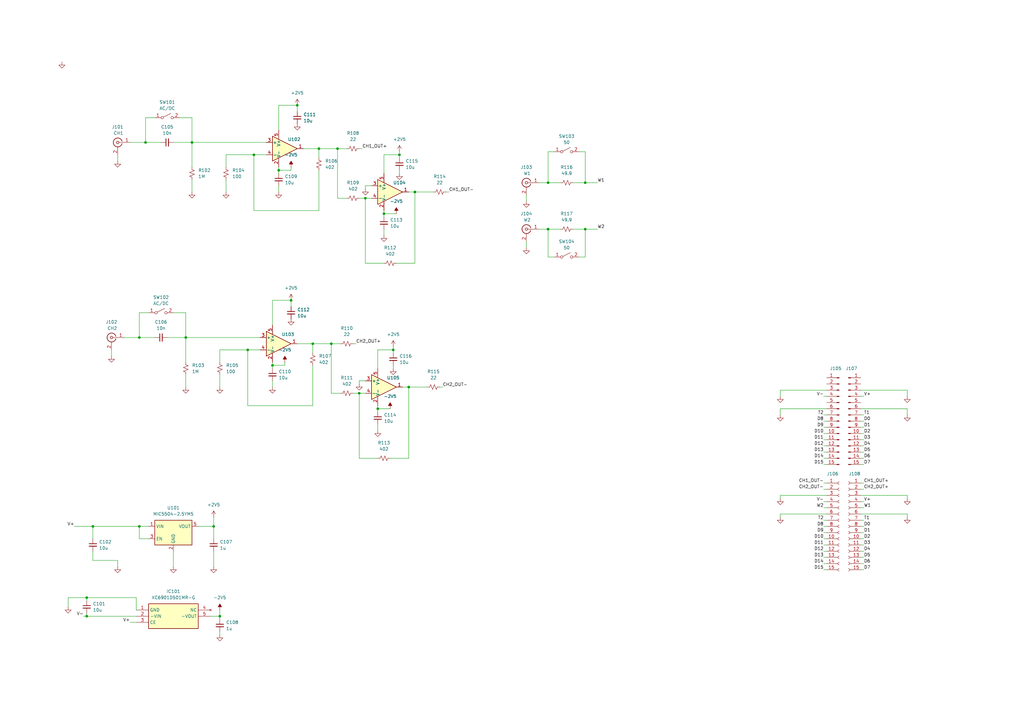
<source format=kicad_sch>
(kicad_sch (version 20230121) (generator eeschema)
  (paper "A3")
  (lib_symbols
    (symbol "Amplifier_Operational:OPA356xxDBV" (pin_names (offset 0.127))
      (property "Reference" "U" (at -1.27 6.35 0))
      (property "Value" "OPA356xxDBV" (at -1.27 3.81 0))
      (symbol "OPA356xxDBV_0_1"
        (polyline (pts (xy -5.08 5.08) (xy 5.08 0) (xy -5.08 -5.08) (xy -5.08 5.08)) (stroke (width 0.254)) (fill (type background)))
        (pin power_in line (at -2.54 -7.62 90) (length 3.81) (name "V-") (number "2"))
        (pin power_in line (at -2.54 7.62 270) (length 3.81) (name "V+") (number "5"))
      )
      (symbol "OPA356xxDBV_1_1"
        (pin output line (at 7.62 0 180) (length 2.54) (name "~") (number "1"))
        (pin input line (at -7.62 2.54 0) (length 2.54) (name "+") (number "3"))
        (pin input line (at -7.62 -2.54 0) (length 2.54) (name "-") (number "4"))
      )
    )
    (symbol "Connector:Conn_01x15_Pin" (pin_names (offset 1.016) hide)
      (property "Reference" "J" (at 0 20.32 0))
      (property "Value" "Conn_01x15_Pin" (at 0 -20.32 0))
      (symbol "Conn_01x15_Pin_1_1"
        (polyline (pts (xy 1.27 -17.78) (xy 0.8636 -17.78)) (stroke (width 0.1524)))
        (polyline (pts (xy 1.27 -15.24) (xy 0.8636 -15.24)) (stroke (width 0.1524)))
        (polyline (pts (xy 1.27 -12.7) (xy 0.8636 -12.7)) (stroke (width 0.1524)))
        (polyline (pts (xy 1.27 -10.16) (xy 0.8636 -10.16)) (stroke (width 0.1524)))
        (polyline (pts (xy 1.27 -7.62) (xy 0.8636 -7.62)) (stroke (width 0.1524)))
        (polyline (pts (xy 1.27 -5.08) (xy 0.8636 -5.08)) (stroke (width 0.1524)))
        (polyline (pts (xy 1.27 -2.54) (xy 0.8636 -2.54)) (stroke (width 0.1524)))
        (polyline (pts (xy 1.27 0) (xy 0.8636 0)) (stroke (width 0.1524)))
        (polyline (pts (xy 1.27 2.54) (xy 0.8636 2.54)) (stroke (width 0.1524)))
        (polyline (pts (xy 1.27 5.08) (xy 0.8636 5.08)) (stroke (width 0.1524)))
        (polyline (pts (xy 1.27 7.62) (xy 0.8636 7.62)) (stroke (width 0.1524)))
        (polyline (pts (xy 1.27 10.16) (xy 0.8636 10.16)) (stroke (width 0.1524)))
        (polyline (pts (xy 1.27 12.7) (xy 0.8636 12.7)) (stroke (width 0.1524)))
        (polyline (pts (xy 1.27 15.24) (xy 0.8636 15.24)) (stroke (width 0.1524)))
        (polyline (pts (xy 1.27 17.78) (xy 0.8636 17.78)) (stroke (width 0.1524)))
        (rectangle (start 0.8636 -17.653) (end 0 -17.907) (stroke (width 0.1524)) (fill (type outline)))
        (rectangle (start 0.8636 -15.113) (end 0 -15.367) (stroke (width 0.1524)) (fill (type outline)))
        (rectangle (start 0.8636 -12.573) (end 0 -12.827) (stroke (width 0.1524)) (fill (type outline)))
        (rectangle (start 0.8636 -10.033) (end 0 -10.287) (stroke (width 0.1524)) (fill (type outline)))
        (rectangle (start 0.8636 -7.493) (end 0 -7.747) (stroke (width 0.1524)) (fill (type outline)))
        (rectangle (start 0.8636 -4.953) (end 0 -5.207) (stroke (width 0.1524)) (fill (type outline)))
        (rectangle (start 0.8636 -2.413) (end 0 -2.667) (stroke (width 0.1524)) (fill (type outline)))
        (rectangle (start 0.8636 0.127) (end 0 -0.127) (stroke (width 0.1524)) (fill (type outline)))
        (rectangle (start 0.8636 2.667) (end 0 2.413) (stroke (width 0.1524)) (fill (type outline)))
        (rectangle (start 0.8636 5.207) (end 0 4.953) (stroke (width 0.1524)) (fill (type outline)))
        (rectangle (start 0.8636 7.747) (end 0 7.493) (stroke (width 0.1524)) (fill (type outline)))
        (rectangle (start 0.8636 10.287) (end 0 10.033) (stroke (width 0.1524)) (fill (type outline)))
        (rectangle (start 0.8636 12.827) (end 0 12.573) (stroke (width 0.1524)) (fill (type outline)))
        (rectangle (start 0.8636 15.367) (end 0 15.113) (stroke (width 0.1524)) (fill (type outline)))
        (rectangle (start 0.8636 17.907) (end 0 17.653) (stroke (width 0.1524)) (fill (type outline)))
        (pin passive line (at 5.08 17.78 180) (length 3.81) (name "Pin_1") (number "1"))
        (pin passive line (at 5.08 -5.08 180) (length 3.81) (name "Pin_10") (number "10"))
        (pin passive line (at 5.08 -7.62 180) (length 3.81) (name "Pin_11") (number "11"))
        (pin passive line (at 5.08 -10.16 180) (length 3.81) (name "Pin_12") (number "12"))
        (pin passive line (at 5.08 -12.7 180) (length 3.81) (name "Pin_13") (number "13"))
        (pin passive line (at 5.08 -15.24 180) (length 3.81) (name "Pin_14") (number "14"))
        (pin passive line (at 5.08 -17.78 180) (length 3.81) (name "Pin_15") (number "15"))
        (pin passive line (at 5.08 15.24 180) (length 3.81) (name "Pin_2") (number "2"))
        (pin passive line (at 5.08 12.7 180) (length 3.81) (name "Pin_3") (number "3"))
        (pin passive line (at 5.08 10.16 180) (length 3.81) (name "Pin_4") (number "4"))
        (pin passive line (at 5.08 7.62 180) (length 3.81) (name "Pin_5") (number "5"))
        (pin passive line (at 5.08 5.08 180) (length 3.81) (name "Pin_6") (number "6"))
        (pin passive line (at 5.08 2.54 180) (length 3.81) (name "Pin_7") (number "7"))
        (pin passive line (at 5.08 0 180) (length 3.81) (name "Pin_8") (number "8"))
        (pin passive line (at 5.08 -2.54 180) (length 3.81) (name "Pin_9") (number "9"))
      )
    )
    (symbol "Connector:Conn_01x15_Socket" (pin_names (offset 1.016) hide)
      (property "Reference" "J" (at 0 20.32 0))
      (property "Value" "Conn_01x15_Socket" (at 0 -20.32 0))
      (symbol "Conn_01x15_Socket_1_1"
        (arc (start 0 -17.272) (mid -0.5058 -17.78) (end 0 -18.288) (stroke (width 0.1524)))
        (arc (start 0 -14.732) (mid -0.5058 -15.24) (end 0 -15.748) (stroke (width 0.1524)))
        (arc (start 0 -12.192) (mid -0.5058 -12.7) (end 0 -13.208) (stroke (width 0.1524)))
        (arc (start 0 -9.652) (mid -0.5058 -10.16) (end 0 -10.668) (stroke (width 0.1524)))
        (arc (start 0 -7.112) (mid -0.5058 -7.62) (end 0 -8.128) (stroke (width 0.1524)))
        (arc (start 0 -4.572) (mid -0.5058 -5.08) (end 0 -5.588) (stroke (width 0.1524)))
        (arc (start 0 -2.032) (mid -0.5058 -2.54) (end 0 -3.048) (stroke (width 0.1524)))
        (polyline (pts (xy -1.27 -17.78) (xy -0.508 -17.78)) (stroke (width 0.1524)))
        (polyline (pts (xy -1.27 -15.24) (xy -0.508 -15.24)) (stroke (width 0.1524)))
        (polyline (pts (xy -1.27 -12.7) (xy -0.508 -12.7)) (stroke (width 0.1524)))
        (polyline (pts (xy -1.27 -10.16) (xy -0.508 -10.16)) (stroke (width 0.1524)))
        (polyline (pts (xy -1.27 -7.62) (xy -0.508 -7.62)) (stroke (width 0.1524)))
        (polyline (pts (xy -1.27 -5.08) (xy -0.508 -5.08)) (stroke (width 0.1524)))
        (polyline (pts (xy -1.27 -2.54) (xy -0.508 -2.54)) (stroke (width 0.1524)))
        (polyline (pts (xy -1.27 0) (xy -0.508 0)) (stroke (width 0.1524)))
        (polyline (pts (xy -1.27 2.54) (xy -0.508 2.54)) (stroke (width 0.1524)))
        (polyline (pts (xy -1.27 5.08) (xy -0.508 5.08)) (stroke (width 0.1524)))
        (polyline (pts (xy -1.27 7.62) (xy -0.508 7.62)) (stroke (width 0.1524)))
        (polyline (pts (xy -1.27 10.16) (xy -0.508 10.16)) (stroke (width 0.1524)))
        (polyline (pts (xy -1.27 12.7) (xy -0.508 12.7)) (stroke (width 0.1524)))
        (polyline (pts (xy -1.27 15.24) (xy -0.508 15.24)) (stroke (width 0.1524)))
        (polyline (pts (xy -1.27 17.78) (xy -0.508 17.78)) (stroke (width 0.1524)))
        (arc (start 0 0.508) (mid -0.5058 0) (end 0 -0.508) (stroke (width 0.1524)))
        (arc (start 0 3.048) (mid -0.5058 2.54) (end 0 2.032) (stroke (width 0.1524)))
        (arc (start 0 5.588) (mid -0.5058 5.08) (end 0 4.572) (stroke (width 0.1524)))
        (arc (start 0 8.128) (mid -0.5058 7.62) (end 0 7.112) (stroke (width 0.1524)))
        (arc (start 0 10.668) (mid -0.5058 10.16) (end 0 9.652) (stroke (width 0.1524)))
        (arc (start 0 13.208) (mid -0.5058 12.7) (end 0 12.192) (stroke (width 0.1524)))
        (arc (start 0 15.748) (mid -0.5058 15.24) (end 0 14.732) (stroke (width 0.1524)))
        (arc (start 0 18.288) (mid -0.5058 17.78) (end 0 17.272) (stroke (width 0.1524)))
        (pin passive line (at -5.08 17.78 0) (length 3.81) (name "Pin_1") (number "1"))
        (pin passive line (at -5.08 -5.08 0) (length 3.81) (name "Pin_10") (number "10"))
        (pin passive line (at -5.08 -7.62 0) (length 3.81) (name "Pin_11") (number "11"))
        (pin passive line (at -5.08 -10.16 0) (length 3.81) (name "Pin_12") (number "12"))
        (pin passive line (at -5.08 -12.7 0) (length 3.81) (name "Pin_13") (number "13"))
        (pin passive line (at -5.08 -15.24 0) (length 3.81) (name "Pin_14") (number "14"))
        (pin passive line (at -5.08 -17.78 0) (length 3.81) (name "Pin_15") (number "15"))
        (pin passive line (at -5.08 15.24 0) (length 3.81) (name "Pin_2") (number "2"))
        (pin passive line (at -5.08 12.7 0) (length 3.81) (name "Pin_3") (number "3"))
        (pin passive line (at -5.08 10.16 0) (length 3.81) (name "Pin_4") (number "4"))
        (pin passive line (at -5.08 7.62 0) (length 3.81) (name "Pin_5") (number "5"))
        (pin passive line (at -5.08 5.08 0) (length 3.81) (name "Pin_6") (number "6"))
        (pin passive line (at -5.08 2.54 0) (length 3.81) (name "Pin_7") (number "7"))
        (pin passive line (at -5.08 0 0) (length 3.81) (name "Pin_8") (number "8"))
        (pin passive line (at -5.08 -2.54 0) (length 3.81) (name "Pin_9") (number "9"))
      )
    )
    (symbol "Connector:Conn_Coaxial" (pin_names (offset 1.016) hide)
      (property "Reference" "J" (at 0.254 3.048 0))
      (property "Value" "Conn_Coaxial" (at 2.921 0 90))
      (symbol "Conn_Coaxial_0_1"
        (arc (start -1.778 -0.508) (mid 0.2311 -1.8066) (end 1.778 0) (stroke (width 0.254)))
        (polyline (pts (xy -2.54 0) (xy -0.508 0)))
        (polyline (pts (xy 0 -2.54) (xy 0 -1.778)))
        (circle (center 0 0) (radius 0.508) (stroke (width 0.2032)))
        (arc (start 1.778 0) (mid 0.2099 1.8101) (end -1.778 0.508) (stroke (width 0.254)))
      )
      (symbol "Conn_Coaxial_1_1"
        (pin passive line (at -5.08 0 0) (length 2.54) (name "In") (number "1"))
        (pin passive line (at 0 -5.08 90) (length 2.54) (name "Ext") (number "2"))
      )
    )
    (symbol "Device:C_Small" (pin_numbers hide) (pin_names (offset 0.254) hide)
      (property "Reference" "C" (at 0.254 1.778 0))
      (property "Value" "C_Small" (at 0.254 -2.032 0))
      (symbol "C_Small_0_1"
        (polyline (pts (xy -1.524 -0.508) (xy 1.524 -0.508)) (stroke (width 0.3302)))
        (polyline (pts (xy -1.524 0.508) (xy 1.524 0.508)) (stroke (width 0.3048)))
      )
      (symbol "C_Small_1_1"
        (pin passive line (at 0 2.54 270) (length 2.032) (name "~") (number "1"))
        (pin passive line (at 0 -2.54 90) (length 2.032) (name "~") (number "2"))
      )
    )
    (symbol "Device:R_Small_US" (pin_numbers hide) (pin_names (offset 0.254) hide)
      (property "Reference" "R" (at 0.762 0.508 0))
      (property "Value" "R_Small_US" (at 0.762 -1.016 0))
      (symbol "R_Small_US_1_1"
        (polyline (pts (xy 0 0) (xy 1.016 -0.381) (xy 0 -0.762) (xy -1.016 -1.143) (xy 0 -1.524)))
        (polyline (pts (xy 0 1.524) (xy 1.016 1.143) (xy 0 0.762) (xy -1.016 0.381) (xy 0 0)))
        (pin passive line (at 0 2.54 270) (length 1.016) (name "~") (number "1"))
        (pin passive line (at 0 -2.54 90) (length 1.016) (name "~") (number "2"))
      )
    )
    (symbol "Regulator_Linear:MIC5504-1.8YM5"
      (property "Reference" "U" (at -7.62 8.89 0))
      (property "Value" "MIC5504-1.8YM5" (at -7.62 6.35 0))
      (symbol "MIC5504-1.8YM5_0_1"
        (rectangle (start -7.62 -5.08) (end 7.62 5.08) (stroke (width 0.254)) (fill (type background)))
      )
      (symbol "MIC5504-1.8YM5_1_1"
        (pin power_in line (at -10.16 2.54 0) (length 2.54) (name "VIN") (number "1"))
        (pin power_in line (at 0 -7.62 90) (length 2.54) (name "GND") (number "2"))
        (pin input line (at -10.16 -2.54 0) (length 2.54) (name "EN") (number "3"))
        (pin no_connect line (at 7.62 -2.54 180) (length 2.54) hide (name "NC") (number "4"))
        (pin power_out line (at 10.16 2.54 180) (length 2.54) (name "VOUT") (number "5"))
      )
    )
    (symbol "Switch:SW_SPST" (pin_names (offset 0) hide)
      (property "Reference" "SW" (at 0 3.175 0))
      (property "Value" "SW_SPST" (at 0 -2.54 0))
      (symbol "SW_SPST_0_0"
        (circle (center -2.032 0) (radius 0.508))
        (polyline (pts (xy -1.524 0.254) (xy 1.524 1.778)))
        (circle (center 2.032 0) (radius 0.508))
      )
      (symbol "SW_SPST_1_1"
        (pin passive line (at -5.08 0 0) (length 2.54) (name "A") (number "1"))
        (pin passive line (at 5.08 0 180) (length 2.54) (name "B") (number "2"))
      )
    )
    (symbol "XC6901:XC6901D501MR-G"
      (property "Reference" "IC" (at 26.67 7.62 0))
      (property "Value" "XC6901D501MR-G" (at 26.67 5.08 0))
      (symbol "XC6901D501MR-G_1_1"
        (rectangle (start 5.08 2.54) (end 25.4 -7.62) (stroke (width 0.254)) (fill (type background)))
        (pin passive line (at 0 0 0) (length 5.08) (name "GND") (number "1"))
        (pin passive line (at 0 -2.54 0) (length 5.08) (name "-VIN") (number "2"))
        (pin passive line (at 0 -5.08 0) (length 5.08) (name "CE") (number "3"))
        (pin no_connect line (at 30.48 0 180) (length 5.08) (name "NC") (number "4"))
        (pin passive line (at 30.48 -2.54 180) (length 5.08) (name "-VOUT") (number "5"))
      )
    )
    (symbol "power:+2V5" (power) (pin_names (offset 0))
      (property "Value" "+2V5" (at 0 3.556 0))
      (symbol "+2V5_0_1"
        (polyline (pts (xy -0.762 1.27) (xy 0 2.54)))
        (polyline (pts (xy 0 0) (xy 0 2.54)))
        (polyline (pts (xy 0 2.54) (xy 0.762 1.27)))
      )
      (symbol "+2V5_1_1"
        (pin power_in line (at 0 0 90) (length 0) hide (name "+2V5") (number "1"))
      )
    )
    (symbol "power:-2V5" (power) (pin_names (offset 0))
      (property "Value" "-2V5" (at 0 3.81 0))
      (symbol "-2V5_0_0"
        (pin power_in line (at 0 0 90) (length 0) hide (name "-2V5") (number "1"))
      )
      (symbol "-2V5_0_1"
        (polyline (pts (xy 0 0) (xy 0 1.27) (xy 0.762 1.27) (xy 0 2.54) (xy -0.762 1.27) (xy 0 1.27)) (fill (type outline)))
      )
    )
    (symbol "power:GND" (power) (pin_names (offset 0))
      (property "Value" "GND" (at 0 -3.81 0))
      (symbol "GND_0_1"
        (polyline (pts (xy 0 0) (xy 0 -1.27) (xy 1.27 -1.27) (xy 0 -2.54) (xy -1.27 -1.27) (xy 0 -1.27)))
      )
      (symbol "GND_1_1"
        (pin power_in line (at 0 0 270) (length 0) hide (name "GND") (number "1"))
      )
    )
  )
  (junction (at 119.38 123.19))
  (junction (at 59.69 58.42))
  (junction (at 78.74 58.42))
  (junction (at 130.81 60.96))
  (junction (at 240.03 74.93))
  (junction (at 163.83 63.5))
  (junction (at 224.79 93.98))
  (junction (at 57.15 215.9))
  (junction (at 87.63 215.9))
  (junction (at 147.32 161.29))
  (junction (at 111.76 149.86))
  (junction (at 224.79 74.93))
  (junction (at 76.2 138.43))
  (junction (at 101.6 143.51))
  (junction (at 35.56 252.73))
  (junction (at 135.89 140.97))
  (junction (at 149.86 81.28))
  (junction (at 161.29 143.51))
  (junction (at 157.48 87.63))
  (junction (at 128.27 140.97))
  (junction (at 38.1 215.9))
  (junction (at 170.18 78.74))
  (junction (at 104.14 63.5))
  (junction (at 154.94 167.64))
  (junction (at 57.15 138.43))
  (junction (at 138.43 60.96))
  (junction (at 167.64 158.75))
  (junction (at 114.3 69.85))
  (junction (at 35.56 245.11))
  (junction (at 240.03 93.98))
  (junction (at 90.17 252.73))
  (junction (at 121.92 43.18))
  (wire (pts (xy 337.82 213.36) (xy 339.09 213.36)))
  (wire (pts (xy 337.82 177.8) (xy 339.09 177.8)))
  (wire (pts (xy 240.03 74.93) (xy 245.11 74.93)))
  (wire (pts (xy 78.74 48.26) (xy 78.74 58.42)))
  (wire (pts (xy 237.49 105.41) (xy 240.03 105.41)))
  (wire (pts (xy 240.03 93.98) (xy 245.11 93.98)))
  (wire (pts (xy 353.06 198.12) (xy 354.33 198.12)))
  (wire (pts (xy 161.29 149.86) (xy 161.29 151.13)))
  (wire (pts (xy 130.81 86.36) (xy 104.14 86.36)))
  (wire (pts (xy 90.17 143.51) (xy 90.17 148.59)))
  (wire (pts (xy 119.38 123.19) (xy 111.76 123.19)))
  (wire (pts (xy 227.33 105.41) (xy 224.79 105.41)))
  (wire (pts (xy 59.69 48.26) (xy 63.5 48.26)))
  (wire (pts (xy 215.9 99.06) (xy 215.9 101.6)))
  (wire (pts (xy 114.3 69.85) (xy 119.38 69.85)))
  (wire (pts (xy 144.78 161.29) (xy 147.32 161.29)))
  (wire (pts (xy 147.32 156.21) (xy 147.32 157.48)))
  (wire (pts (xy 353.06 185.42) (xy 354.33 185.42)))
  (wire (pts (xy 90.17 259.08) (xy 90.17 260.35)))
  (wire (pts (xy 35.56 252.73) (xy 55.88 252.73)))
  (wire (pts (xy 337.82 226.06) (xy 339.09 226.06)))
  (wire (pts (xy 353.06 187.96) (xy 354.33 187.96)))
  (wire (pts (xy 30.48 215.9) (xy 38.1 215.9)))
  (wire (pts (xy 128.27 166.37) (xy 101.6 166.37)))
  (wire (pts (xy 372.11 160.02) (xy 372.11 162.56)))
  (wire (pts (xy 152.4 76.2) (xy 149.86 76.2)))
  (wire (pts (xy 114.3 76.2) (xy 114.3 78.74)))
  (wire (pts (xy 154.94 187.96) (xy 147.32 187.96)))
  (wire (pts (xy 92.71 73.66) (xy 92.71 78.74)))
  (wire (pts (xy 320.04 167.64) (xy 320.04 170.18)))
  (wire (pts (xy 372.11 203.2) (xy 372.11 204.47)))
  (wire (pts (xy 337.82 220.98) (xy 339.09 220.98)))
  (wire (pts (xy 234.95 93.98) (xy 240.03 93.98)))
  (wire (pts (xy 167.64 158.75) (xy 175.26 158.75)))
  (wire (pts (xy 90.17 250.19) (xy 90.17 252.73)))
  (wire (pts (xy 220.98 93.98) (xy 224.79 93.98)))
  (wire (pts (xy 111.76 148.59) (xy 111.76 149.86)))
  (wire (pts (xy 101.6 143.51) (xy 90.17 143.51)))
  (wire (pts (xy 215.9 80.01) (xy 215.9 82.55)))
  (wire (pts (xy 139.7 161.29) (xy 135.89 161.29)))
  (wire (pts (xy 147.32 187.96) (xy 147.32 161.29)))
  (wire (pts (xy 337.82 228.6) (xy 339.09 228.6)))
  (wire (pts (xy 337.82 185.42) (xy 339.09 185.42)))
  (wire (pts (xy 337.82 182.88) (xy 339.09 182.88)))
  (wire (pts (xy 337.82 172.72) (xy 339.09 172.72)))
  (wire (pts (xy 60.96 215.9) (xy 57.15 215.9)))
  (wire (pts (xy 71.12 128.27) (xy 76.2 128.27)))
  (wire (pts (xy 57.15 220.98) (xy 60.96 220.98)))
  (wire (pts (xy 38.1 226.06) (xy 38.1 229.87)))
  (wire (pts (xy 157.48 87.63) (xy 157.48 88.9)))
  (wire (pts (xy 48.26 229.87) (xy 48.26 232.41)))
  (wire (pts (xy 76.2 153.67) (xy 76.2 158.75)))
  (wire (pts (xy 372.11 210.82) (xy 353.06 210.82)))
  (wire (pts (xy 101.6 166.37) (xy 101.6 143.51)))
  (wire (pts (xy 128.27 149.86) (xy 128.27 166.37)))
  (wire (pts (xy 128.27 140.97) (xy 128.27 144.78)))
  (wire (pts (xy 90.17 252.73) (xy 90.17 254)))
  (wire (pts (xy 224.79 93.98) (xy 229.87 93.98)))
  (wire (pts (xy 353.06 213.36) (xy 354.33 213.36)))
  (wire (pts (xy 157.48 71.12) (xy 157.48 63.5)))
  (wire (pts (xy 161.29 143.51) (xy 161.29 144.78)))
  (wire (pts (xy 68.58 138.43) (xy 76.2 138.43)))
  (wire (pts (xy 154.94 167.64) (xy 154.94 168.91)))
  (wire (pts (xy 353.06 203.2) (xy 372.11 203.2)))
  (wire (pts (xy 59.69 58.42) (xy 59.69 48.26)))
  (wire (pts (xy 78.74 58.42) (xy 109.22 58.42)))
  (wire (pts (xy 353.06 172.72) (xy 354.33 172.72)))
  (wire (pts (xy 337.82 175.26) (xy 339.09 175.26)))
  (wire (pts (xy 353.06 175.26) (xy 354.33 175.26)))
  (wire (pts (xy 240.03 62.23) (xy 240.03 74.93)))
  (wire (pts (xy 167.64 158.75) (xy 167.64 187.96)))
  (wire (pts (xy 353.06 167.64) (xy 372.11 167.64)))
  (wire (pts (xy 119.38 125.73) (xy 119.38 123.19)))
  (wire (pts (xy 135.89 140.97) (xy 139.7 140.97)))
  (wire (pts (xy 57.15 128.27) (xy 60.96 128.27)))
  (wire (pts (xy 353.06 200.66) (xy 354.33 200.66)))
  (wire (pts (xy 138.43 60.96) (xy 138.43 81.28)))
  (wire (pts (xy 78.74 68.58) (xy 78.74 58.42)))
  (wire (pts (xy 81.28 215.9) (xy 87.63 215.9)))
  (wire (pts (xy 111.76 123.19) (xy 111.76 133.35)))
  (wire (pts (xy 234.95 74.93) (xy 240.03 74.93)))
  (wire (pts (xy 237.49 62.23) (xy 240.03 62.23)))
  (wire (pts (xy 35.56 245.11) (xy 35.56 246.38)))
  (wire (pts (xy 149.86 81.28) (xy 152.4 81.28)))
  (wire (pts (xy 90.17 153.67) (xy 90.17 158.75)))
  (wire (pts (xy 320.04 210.82) (xy 320.04 212.09)))
  (wire (pts (xy 53.34 255.27) (xy 55.88 255.27)))
  (wire (pts (xy 53.34 58.42) (xy 59.69 58.42)))
  (wire (pts (xy 34.29 252.73) (xy 35.56 252.73)))
  (wire (pts (xy 50.8 138.43) (xy 57.15 138.43)))
  (wire (pts (xy 106.68 143.51) (xy 101.6 143.51)))
  (wire (pts (xy 339.09 210.82) (xy 320.04 210.82)))
  (wire (pts (xy 111.76 156.21) (xy 111.76 158.75)))
  (wire (pts (xy 38.1 229.87) (xy 48.26 229.87)))
  (wire (pts (xy 353.06 223.52) (xy 354.33 223.52)))
  (wire (pts (xy 38.1 220.98) (xy 38.1 215.9)))
  (wire (pts (xy 337.82 215.9) (xy 339.09 215.9)))
  (wire (pts (xy 48.26 63.5) (xy 48.26 66.04)))
  (wire (pts (xy 339.09 167.64) (xy 320.04 167.64)))
  (wire (pts (xy 38.1 215.9) (xy 57.15 215.9)))
  (wire (pts (xy 147.32 161.29) (xy 149.86 161.29)))
  (wire (pts (xy 135.89 140.97) (xy 135.89 161.29)))
  (wire (pts (xy 162.56 107.95) (xy 170.18 107.95)))
  (wire (pts (xy 144.78 140.97) (xy 146.05 140.97)))
  (wire (pts (xy 71.12 226.06) (xy 71.12 232.41)))
  (wire (pts (xy 353.06 228.6) (xy 354.33 228.6)))
  (wire (pts (xy 154.94 143.51) (xy 161.29 143.51)))
  (wire (pts (xy 224.79 62.23) (xy 224.79 74.93)))
  (wire (pts (xy 240.03 105.41) (xy 240.03 93.98)))
  (wire (pts (xy 337.82 200.66) (xy 339.09 200.66)))
  (wire (pts (xy 353.06 218.44) (xy 354.33 218.44)))
  (wire (pts (xy 227.33 62.23) (xy 224.79 62.23)))
  (wire (pts (xy 337.82 187.96) (xy 339.09 187.96)))
  (wire (pts (xy 109.22 63.5) (xy 104.14 63.5)))
  (wire (pts (xy 154.94 167.64) (xy 160.02 167.64)))
  (wire (pts (xy 116.84 148.59) (xy 116.84 149.86)))
  (wire (pts (xy 119.38 68.58) (xy 119.38 69.85)))
  (wire (pts (xy 149.86 107.95) (xy 149.86 81.28)))
  (wire (pts (xy 337.82 180.34) (xy 339.09 180.34)))
  (wire (pts (xy 337.82 218.44) (xy 339.09 218.44)))
  (wire (pts (xy 128.27 140.97) (xy 135.89 140.97)))
  (wire (pts (xy 71.12 58.42) (xy 78.74 58.42)))
  (wire (pts (xy 353.06 231.14) (xy 354.33 231.14)))
  (wire (pts (xy 337.82 205.74) (xy 339.09 205.74)))
  (wire (pts (xy 165.1 158.75) (xy 167.64 158.75)))
  (wire (pts (xy 154.94 151.13) (xy 154.94 143.51)))
  (wire (pts (xy 149.86 76.2) (xy 149.86 77.47)))
  (wire (pts (xy 147.32 60.96) (xy 148.59 60.96)))
  (wire (pts (xy 73.66 48.26) (xy 78.74 48.26)))
  (wire (pts (xy 104.14 63.5) (xy 92.71 63.5)))
  (wire (pts (xy 130.81 69.85) (xy 130.81 86.36)))
  (wire (pts (xy 130.81 60.96) (xy 130.81 64.77)))
  (wire (pts (xy 55.88 250.19) (xy 55.88 245.11)))
  (wire (pts (xy 121.92 140.97) (xy 128.27 140.97)))
  (wire (pts (xy 35.56 245.11) (xy 55.88 245.11)))
  (wire (pts (xy 353.06 177.8) (xy 354.33 177.8)))
  (wire (pts (xy 353.06 205.74) (xy 354.33 205.74)))
  (wire (pts (xy 76.2 148.59) (xy 76.2 138.43)))
  (wire (pts (xy 160.02 187.96) (xy 167.64 187.96)))
  (wire (pts (xy 320.04 203.2) (xy 320.04 204.47)))
  (wire (pts (xy 339.09 160.02) (xy 320.04 160.02)))
  (wire (pts (xy 220.98 74.93) (xy 224.79 74.93)))
  (wire (pts (xy 157.48 107.95) (xy 149.86 107.95)))
  (wire (pts (xy 163.83 63.5) (xy 163.83 64.77)))
  (wire (pts (xy 157.48 93.98) (xy 157.48 96.52)))
  (wire (pts (xy 161.29 142.24) (xy 161.29 143.51)))
  (wire (pts (xy 147.32 81.28) (xy 149.86 81.28)))
  (wire (pts (xy 157.48 63.5) (xy 163.83 63.5)))
  (wire (pts (xy 87.63 226.06) (xy 87.63 232.41)))
  (wire (pts (xy 154.94 173.99) (xy 154.94 176.53)))
  (wire (pts (xy 57.15 138.43) (xy 57.15 128.27)))
  (wire (pts (xy 180.34 158.75) (xy 181.61 158.75)))
  (wire (pts (xy 66.04 58.42) (xy 59.69 58.42)))
  (wire (pts (xy 353.06 208.28) (xy 354.33 208.28)))
  (wire (pts (xy 353.06 180.34) (xy 354.33 180.34)))
  (wire (pts (xy 337.82 208.28) (xy 339.09 208.28)))
  (wire (pts (xy 76.2 128.27) (xy 76.2 138.43)))
  (wire (pts (xy 78.74 73.66) (xy 78.74 78.74)))
  (wire (pts (xy 337.82 190.5) (xy 339.09 190.5)))
  (wire (pts (xy 35.56 251.46) (xy 35.56 252.73)))
  (wire (pts (xy 87.63 215.9) (xy 87.63 220.98)))
  (wire (pts (xy 337.82 231.14) (xy 339.09 231.14)))
  (wire (pts (xy 149.86 156.21) (xy 147.32 156.21)))
  (wire (pts (xy 27.94 248.92) (xy 27.94 245.11)))
  (wire (pts (xy 353.06 226.06) (xy 354.33 226.06)))
  (wire (pts (xy 353.06 162.56) (xy 354.33 162.56)))
  (wire (pts (xy 124.46 60.96) (xy 130.81 60.96)))
  (wire (pts (xy 167.64 78.74) (xy 170.18 78.74)))
  (wire (pts (xy 353.06 182.88) (xy 354.33 182.88)))
  (wire (pts (xy 170.18 78.74) (xy 170.18 107.95)))
  (wire (pts (xy 157.48 86.36) (xy 157.48 87.63)))
  (wire (pts (xy 337.82 162.56) (xy 339.09 162.56)))
  (wire (pts (xy 121.92 45.72) (xy 121.92 43.18)))
  (wire (pts (xy 154.94 166.37) (xy 154.94 167.64)))
  (wire (pts (xy 27.94 245.11) (xy 35.56 245.11)))
  (wire (pts (xy 142.24 81.28) (xy 138.43 81.28)))
  (wire (pts (xy 86.36 252.73) (xy 90.17 252.73)))
  (wire (pts (xy 353.06 215.9) (xy 354.33 215.9)))
  (wire (pts (xy 138.43 60.96) (xy 142.24 60.96)))
  (wire (pts (xy 353.06 233.68) (xy 354.33 233.68)))
  (wire (pts (xy 353.06 190.5) (xy 354.33 190.5)))
  (wire (pts (xy 130.81 60.96) (xy 138.43 60.96)))
  (wire (pts (xy 182.88 78.74) (xy 184.15 78.74)))
  (wire (pts (xy 111.76 149.86) (xy 111.76 151.13)))
  (wire (pts (xy 337.82 223.52) (xy 339.09 223.52)))
  (wire (pts (xy 337.82 198.12) (xy 339.09 198.12)))
  (wire (pts (xy 104.14 86.36) (xy 104.14 63.5)))
  (wire (pts (xy 87.63 212.09) (xy 87.63 215.9)))
  (wire (pts (xy 320.04 160.02) (xy 320.04 162.56)))
  (wire (pts (xy 45.72 143.51) (xy 45.72 146.05)))
  (wire (pts (xy 114.3 68.58) (xy 114.3 69.85)))
  (wire (pts (xy 353.06 160.02) (xy 372.11 160.02)))
  (wire (pts (xy 114.3 43.18) (xy 114.3 53.34)))
  (wire (pts (xy 353.06 170.18) (xy 354.33 170.18)))
  (wire (pts (xy 339.09 203.2) (xy 320.04 203.2)))
  (wire (pts (xy 92.71 63.5) (xy 92.71 68.58)))
  (wire (pts (xy 163.83 62.23) (xy 163.83 63.5)))
  (wire (pts (xy 224.79 105.41) (xy 224.79 93.98)))
  (wire (pts (xy 337.82 233.68) (xy 339.09 233.68)))
  (wire (pts (xy 372.11 212.09) (xy 372.11 210.82)))
  (wire (pts (xy 111.76 149.86) (xy 116.84 149.86)))
  (wire (pts (xy 372.11 167.64) (xy 372.11 170.18)))
  (wire (pts (xy 114.3 69.85) (xy 114.3 71.12)))
  (wire (pts (xy 170.18 78.74) (xy 177.8 78.74)))
  (wire (pts (xy 63.5 138.43) (xy 57.15 138.43)))
  (wire (pts (xy 121.92 43.18) (xy 114.3 43.18)))
  (wire (pts (xy 76.2 138.43) (xy 106.68 138.43)))
  (wire (pts (xy 157.48 87.63) (xy 162.56 87.63)))
  (wire (pts (xy 163.83 69.85) (xy 163.83 71.12)))
  (wire (pts (xy 57.15 215.9) (xy 57.15 220.98)))
  (wire (pts (xy 337.82 170.18) (xy 339.09 170.18)))
  (wire (pts (xy 224.79 74.93) (xy 229.87 74.93)))
  (wire (pts (xy 353.06 220.98) (xy 354.33 220.98)))
  (label "D15" (at 337.82 233.68 180))
  (label "D6" (at 354.33 187.96 0))
  (label "D15" (at 337.82 190.5 180))
  (label "D9" (at 337.82 175.26 180))
  (label "W2" (at 245.11 93.98 0))
  (label "D7" (at 354.33 233.68 0))
  (label "D1" (at 354.33 175.26 0))
  (label "V-" (at 337.82 205.74 180))
  (label "V-" (at 337.82 162.56 180))
  (label "D13" (at 337.82 228.6 180))
  (label "CH2_OUT+" (at 354.33 200.66 0))
  (label "T2" (at 337.82 213.36 180))
  (label "CH1_OUT-" (at 184.15 78.74 0))
  (label "CH1_OUT+" (at 354.33 198.12 0))
  (label "W1" (at 245.11 74.93 0))
  (label "CH2_OUT-" (at 337.82 200.66 180))
  (label "D2" (at 354.33 220.98 0))
  (label "D10" (at 337.82 220.98 180))
  (label "D10" (at 337.82 177.8 180))
  (label "CH2_OUT+" (at 146.05 140.97 0))
  (label "D0" (at 354.33 215.9 0))
  (label "D7" (at 354.33 190.5 0))
  (label "V+" (at 30.48 215.9 180))
  (label "CH2_OUT-" (at 181.61 158.75 0))
  (label "V+" (at 354.33 162.56 0))
  (label "D14" (at 337.82 231.14 180))
  (label "D4" (at 354.33 226.06 0))
  (label "V+" (at 354.33 205.74 0))
  (label "D3" (at 354.33 180.34 0))
  (label "T1" (at 354.33 170.18 0))
  (label "CH1_OUT-" (at 337.82 198.12 180))
  (label "D8" (at 337.82 215.9 180))
  (label "T2" (at 337.82 170.18 180))
  (label "D2" (at 354.33 177.8 0))
  (label "V+" (at 53.34 255.27 180))
  (label "D8" (at 337.82 172.72 180))
  (label "CH1_OUT+" (at 148.59 60.96 0))
  (label "D4" (at 354.33 182.88 0))
  (label "D0" (at 354.33 172.72 0))
  (label "T1" (at 354.33 213.36 0))
  (label "D5" (at 354.33 185.42 0))
  (label "V-" (at 34.29 252.73 180))
  (label "D11" (at 337.82 223.52 180))
  (label "D11" (at 337.82 180.34 180))
  (label "D3" (at 354.33 223.52 0))
  (label "W1" (at 354.33 208.28 0))
  (label "D12" (at 337.82 182.88 180))
  (label "W2" (at 337.82 208.28 180))
  (label "D9" (at 337.82 218.44 180))
  (label "D13" (at 337.82 185.42 180))
  (label "D14" (at 337.82 187.96 180))
  (label "D6" (at 354.33 231.14 0))
  (label "D12" (at 337.82 226.06 180))
  (label "D5" (at 354.33 228.6 0))
  (label "D1" (at 354.33 218.44 0))
  (symbol (lib_id "Device:R_Small_US") (at 232.41 74.93 90) (unit 1)
    (property "Reference" "R116" (at 232.41 68.58 90))
    (property "Value" "49.9" (at 232.41 71.12 90))
    (property "Footprint" "Resistor_SMD:R_0603_1608Metric_Pad0.98x0.95mm_HandSolder" (effects hide))
  )
  (symbol (lib_id "power:-2V5") (at 90.17 250.19 0) (unit 1)
    (property "Reference" "#PWR0111" (effects hide))
    (property "Value" "-2V5" (at 90.17 245.11 0))
  )
  (symbol (lib_id "Device:C_Small") (at 38.1 223.52 0) (unit 1)
    (property "Reference" "C102" (at 40.64 222.2563 0) (effects (justify left)))
    (property "Value" "10u" (at 40.64 224.79 0) (effects (justify left)))
    (property "Footprint" "Capacitor_SMD:C_0603_1608Metric_Pad1.08x0.95mm_HandSolder" (effects hide))
  )
  (symbol (lib_id "power:GND") (at 163.83 71.12 0) (unit 1)
    (property "Reference" "#PWR0130" (effects hide))
    (property "Value" "GND" (effects hide))
  )
  (symbol (lib_id "Connector:Conn_01x15_Socket") (at 347.98 215.9 0) (mirror y) (unit 1)
    (property "Reference" "J108" (at 350.52 194.31 0))
    (property "Value" "Conn_01x15_Socket" (effects hide))
    (property "Footprint" "Connector_PinHeader_2.54mm:PinHeader_1x15_P2.54mm_Vertical" (effects hide))
  )
  (symbol (lib_id "power:GND") (at 48.26 232.41 0) (unit 1)
    (property "Reference" "#PWR0105" (effects hide))
    (property "Value" "GND" (effects hide))
  )
  (symbol (lib_id "Device:C_Small") (at 68.58 58.42 90) (unit 1)
    (property "Reference" "C105" (at 68.5863 52.07 90))
    (property "Value" "10n" (at 68.5863 54.61 90))
    (property "Footprint" "Capacitor_THT:C_Rect_L7.0mm_W2.5mm_P5.00mm" (effects hide))
  )
  (symbol (lib_id "power:GND") (at 90.17 158.75 0) (unit 1)
    (property "Reference" "#PWR0114" (effects hide))
    (property "Value" "GND" (effects hide))
  )
  (symbol (lib_id "Device:R_Small_US") (at 142.24 161.29 270) (unit 1)
    (property "Reference" "R111" (at 142.24 154.94 90))
    (property "Value" "402" (at 142.24 157.48 90))
    (property "Footprint" "Resistor_SMD:R_0402_1005Metric_Pad0.72x0.64mm_HandSolder" (effects hide))
  )
  (symbol (lib_id "Device:C_Small") (at 161.29 147.32 0) (unit 1)
    (property "Reference" "C116" (at 163.83 146.0563 0) (effects (justify left)))
    (property "Value" "10u" (at 163.83 148.59 0) (effects (justify left)))
    (property "Footprint" "Capacitor_SMD:C_0603_1608Metric_Pad1.08x0.95mm_HandSolder" (effects hide))
  )
  (symbol (lib_id "Device:C_Small") (at 66.04 138.43 90) (unit 1)
    (property "Reference" "C106" (at 66.0463 132.08 90))
    (property "Value" "10n" (at 66.0463 134.62 90))
    (property "Footprint" "Capacitor_THT:C_Rect_L7.0mm_W2.5mm_P5.00mm" (effects hide))
  )
  (symbol (lib_id "Device:R_Small_US") (at 90.17 151.13 0) (unit 1)
    (property "Reference" "R105" (at 92.71 149.86 0) (effects (justify left)))
    (property "Value" "100" (at 92.71 152.4 0) (effects (justify left)))
    (property "Footprint" "Resistor_SMD:R_0402_1005Metric_Pad0.72x0.64mm_HandSolder" (effects hide))
  )
  (symbol (lib_id "Device:R_Small_US") (at 128.27 147.32 180) (unit 1)
    (property "Reference" "R107" (at 130.81 146.05 0) (effects (justify right)))
    (property "Value" "402" (at 130.81 148.59 0) (effects (justify right)))
    (property "Footprint" "Resistor_SMD:R_0402_1005Metric_Pad0.72x0.64mm_HandSolder" (effects hide))
  )
  (symbol (lib_id "power:GND") (at 92.71 78.74 0) (unit 1)
    (property "Reference" "#PWR0113" (effects hide))
    (property "Value" "GND" (effects hide))
  )
  (symbol (lib_id "Device:R_Small_US") (at 78.74 71.12 0) (unit 1)
    (property "Reference" "R102" (at 81.28 69.85 0) (effects (justify left)))
    (property "Value" "1M" (at 81.28 72.39 0) (effects (justify left)))
    (property "Footprint" "Resistor_SMD:R_0805_2012Metric_Pad1.20x1.40mm_HandSolder" (effects hide))
  )
  (symbol (lib_id "power:GND") (at 320.04 162.56 0) (unit 1)
    (property "Reference" "#PWR0135" (effects hide))
    (property "Value" "GND" (effects hide))
  )
  (symbol (lib_id "power:GND") (at 215.9 82.55 0) (unit 1)
    (property "Reference" "#PWR0133" (effects hide))
    (property "Value" "GND" (effects hide))
  )
  (symbol (lib_id "power:GND") (at 111.76 158.75 0) (unit 1)
    (property "Reference" "#PWR0116" (effects hide))
    (property "Value" "GND" (effects hide))
  )
  (symbol (lib_id "power:GND") (at 76.2 158.75 0) (unit 1)
    (property "Reference" "#PWR0108" (effects hide))
    (property "Value" "GND" (effects hide))
  )
  (symbol (lib_id "power:GND") (at 45.72 146.05 0) (unit 1)
    (property "Reference" "#PWR0104" (effects hide))
    (property "Value" "GND" (effects hide))
  )
  (symbol (lib_id "power:-2V5") (at 162.56 87.63 0) (unit 1)
    (property "Reference" "#PWR0127" (effects hide))
    (property "Value" "-2V5" (at 162.56 82.55 0))
  )
  (symbol (lib_id "power:GND") (at 161.29 151.13 0) (unit 1)
    (property "Reference" "#PWR0132" (effects hide))
    (property "Value" "GND" (effects hide))
  )
  (symbol (lib_id "Amplifier_Operational:OPA356xxDBV") (at 114.3 140.97 0) (unit 1)
    (property "Reference" "U103" (at 118.11 137.16 0))
    (property "Value" "OPA356xxDBV" (effects hide))
    (property "Footprint" "Package_TO_SOT_SMD:SOT-23-5" (effects hide))
    (property "Datasheet" "http://www.ti.com/lit/ds/symlink/opa356.pdf" (effects hide))
  )
  (symbol (lib_id "Device:R_Small_US") (at 144.78 60.96 90) (unit 1)
    (property "Reference" "R108" (at 144.78 54.61 90))
    (property "Value" "22" (at 144.78 57.15 90))
    (property "Footprint" "Resistor_SMD:R_0402_1005Metric_Pad0.72x0.64mm_HandSolder" (effects hide))
  )
  (symbol (lib_id "Regulator_Linear:MIC5504-1.8YM5") (at 71.12 218.44 0) (unit 1)
    (property "Reference" "U101" (at 71.12 208.28 0))
    (property "Value" "MIC5504-2.5YM5" (at 71.12 210.82 0))
    (property "Footprint" "Package_TO_SOT_SMD:SOT-23-5" (effects hide))
    (property "Datasheet" "http://ww1.microchip.com/downloads/en/DeviceDoc/MIC550X.pdf" (effects hide))
  )
  (symbol (lib_id "Device:R_Small_US") (at 232.41 93.98 90) (unit 1)
    (property "Reference" "R117" (at 232.41 87.63 90))
    (property "Value" "49.9" (at 232.41 90.17 90))
    (property "Footprint" "Resistor_SMD:R_0603_1608Metric_Pad0.98x0.95mm_HandSolder" (effects hide))
  )
  (symbol (lib_id "Device:R_Small_US") (at 157.48 187.96 270) (unit 1)
    (property "Reference" "R113" (at 157.48 181.61 90))
    (property "Value" "402" (at 157.48 184.15 90))
    (property "Footprint" "Resistor_SMD:R_0402_1005Metric_Pad0.72x0.64mm_HandSolder" (effects hide))
  )
  (symbol (lib_id "Device:C_Small") (at 119.38 128.27 0) (unit 1)
    (property "Reference" "C112" (at 121.92 127.0063 0) (effects (justify left)))
    (property "Value" "10u" (at 121.92 129.54 0) (effects (justify left)))
    (property "Footprint" "Capacitor_SMD:C_0603_1608Metric_Pad1.08x0.95mm_HandSolder" (effects hide))
  )
  (symbol (lib_id "power:GND") (at 147.32 157.48 0) (unit 1)
    (property "Reference" "#PWR0124" (effects hide))
    (property "Value" "GND" (effects hide))
  )
  (symbol (lib_id "power:GND") (at 25.4 25.4 0) (unit 1)
    (property "Reference" "#PWR0101" (effects hide))
    (property "Value" "GND" (effects hide))
  )
  (symbol (lib_id "Device:C_Small") (at 163.83 67.31 0) (unit 1)
    (property "Reference" "C115" (at 166.37 66.0463 0) (effects (justify left)))
    (property "Value" "10u" (at 166.37 68.58 0) (effects (justify left)))
    (property "Footprint" "Capacitor_SMD:C_0603_1608Metric_Pad1.08x0.95mm_HandSolder" (effects hide))
  )
  (symbol (lib_id "Device:C_Small") (at 87.63 223.52 0) (unit 1)
    (property "Reference" "C107" (at 90.17 222.2563 0) (effects (justify left)))
    (property "Value" "1u" (at 90.17 224.79 0) (effects (justify left)))
    (property "Footprint" "Capacitor_SMD:C_0603_1608Metric_Pad1.08x0.95mm_HandSolder" (effects hide))
  )
  (symbol (lib_id "Device:R_Small_US") (at 144.78 81.28 270) (unit 1)
    (property "Reference" "R109" (at 144.78 74.93 90))
    (property "Value" "402" (at 144.78 77.47 90))
    (property "Footprint" "Resistor_SMD:R_0402_1005Metric_Pad0.72x0.64mm_HandSolder" (effects hide))
  )
  (symbol (lib_id "Device:C_Small") (at 121.92 48.26 0) (unit 1)
    (property "Reference" "C111" (at 124.46 46.9963 0) (effects (justify left)))
    (property "Value" "10u" (at 124.46 49.53 0) (effects (justify left)))
    (property "Footprint" "Capacitor_SMD:C_0603_1608Metric_Pad1.08x0.95mm_HandSolder" (effects hide))
  )
  (symbol (lib_id "Device:R_Small_US") (at 142.24 140.97 90) (unit 1)
    (property "Reference" "R110" (at 142.24 134.62 90))
    (property "Value" "22" (at 142.24 137.16 90))
    (property "Footprint" "Resistor_SMD:R_0402_1005Metric_Pad0.72x0.64mm_HandSolder" (effects hide))
  )
  (symbol (lib_id "power:GND") (at 27.94 248.92 0) (unit 1)
    (property "Reference" "#PWR0102" (effects hide))
    (property "Value" "GND" (effects hide))
  )
  (symbol (lib_id "Connector:Conn_Coaxial") (at 215.9 93.98 0) (mirror y) (unit 1)
    (property "Reference" "J104" (at 215.9 87.63 0))
    (property "Value" "W2" (at 216.2174 90.17 0))
    (property "Footprint" "Connector_Coaxial:BNC_Amphenol_B6252HB-NPP3G-50_Horizontal" (effects hide))
    (property "Datasheet" " ~" (effects hide))
  )
  (symbol (lib_id "power:GND") (at 154.94 176.53 0) (unit 1)
    (property "Reference" "#PWR0126" (effects hide))
    (property "Value" "GND" (effects hide))
  )
  (symbol (lib_id "power:GND") (at 48.26 66.04 0) (unit 1)
    (property "Reference" "#PWR0103" (effects hide))
    (property "Value" "GND" (effects hide))
  )
  (symbol (lib_id "power:GND") (at 320.04 170.18 0) (unit 1)
    (property "Reference" "#PWR0136" (effects hide))
    (property "Value" "GND" (effects hide))
  )
  (symbol (lib_id "power:GND") (at 372.11 162.56 0) (unit 1)
    (property "Reference" "#PWR0139" (effects hide))
    (property "Value" "GND" (effects hide))
  )
  (symbol (lib_id "Connector:Conn_01x15_Pin") (at 347.98 172.72 0) (unit 1)
    (property "Reference" "J107" (at 349.25 151.13 0))
    (property "Value" "Conn_01x15_Pin" (effects hide))
    (property "Footprint" "Connector_PinHeader_2.54mm:PinHeader_1x15_P2.54mm_Vertical" (effects hide))
  )
  (symbol (lib_id "Device:C_Small") (at 154.94 171.45 0) (unit 1)
    (property "Reference" "C114" (at 157.48 170.1863 0) (effects (justify left)))
    (property "Value" "10u" (at 157.48 172.72 0) (effects (justify left)))
    (property "Footprint" "Capacitor_SMD:C_0603_1608Metric_Pad1.08x0.95mm_HandSolder" (effects hide))
  )
  (symbol (lib_id "Device:R_Small_US") (at 160.02 107.95 270) (unit 1)
    (property "Reference" "R112" (at 160.02 101.6 90))
    (property "Value" "402" (at 160.02 104.14 90))
    (property "Footprint" "Resistor_SMD:R_0402_1005Metric_Pad0.72x0.64mm_HandSolder" (effects hide))
  )
  (symbol (lib_id "power:+2V5") (at 161.29 142.24 0) (unit 1)
    (property "Reference" "#PWR0131" (effects hide))
    (property "Value" "+2V5" (at 161.29 137.16 0))
  )
  (symbol (lib_id "power:-2V5") (at 160.02 167.64 0) (unit 1)
    (property "Reference" "#PWR0128" (effects hide))
    (property "Value" "-2V5" (at 160.02 162.56 0))
  )
  (symbol (lib_id "Amplifier_Operational:OPA356xxDBV") (at 160.02 78.74 0) (unit 1)
    (property "Reference" "U104" (at 163.83 74.93 0))
    (property "Value" "OPA356xxDBV" (effects hide))
    (property "Footprint" "Package_TO_SOT_SMD:SOT-23-5" (effects hide))
    (property "Datasheet" "http://www.ti.com/lit/ds/symlink/opa356.pdf" (effects hide))
  )
  (symbol (lib_id "power:+2V5") (at 121.92 43.18 0) (unit 1)
    (property "Reference" "#PWR0119" (effects hide))
    (property "Value" "+2V5" (at 121.92 38.1 0))
  )
  (symbol (lib_id "power:GND") (at 87.63 232.41 0) (unit 1)
    (property "Reference" "#PWR0110" (effects hide))
    (property "Value" "GND" (effects hide))
  )
  (symbol (lib_id "Device:C_Small") (at 90.17 256.54 0) (unit 1)
    (property "Reference" "C108" (at 92.71 255.2763 0) (effects (justify left)))
    (property "Value" "1u" (at 92.71 257.81 0) (effects (justify left)))
    (property "Footprint" "Capacitor_SMD:C_0603_1608Metric_Pad1.08x0.95mm_HandSolder" (effects hide))
  )
  (symbol (lib_id "power:GND") (at 372.11 204.47 0) (unit 1)
    (property "Reference" "#PWR0141" (effects hide))
    (property "Value" "GND" (effects hide))
  )
  (symbol (lib_id "Connector:Conn_01x15_Pin") (at 344.17 172.72 0) (mirror y) (unit 1)
    (property "Reference" "J105" (at 340.36 151.13 0) (effects (justify right)))
    (property "Value" "Conn_01x15_Pin" (effects hide))
    (property "Footprint" "Connector_PinHeader_2.54mm:PinHeader_1x15_P2.54mm_Vertical" (effects hide))
  )
  (symbol (lib_id "Device:C_Small") (at 111.76 153.67 0) (unit 1)
    (property "Reference" "C110" (at 114.3 152.4063 0) (effects (justify left)))
    (property "Value" "10u" (at 114.3 154.94 0) (effects (justify left)))
    (property "Footprint" "Capacitor_SMD:C_0603_1608Metric_Pad1.08x0.95mm_HandSolder" (effects hide))
  )
  (symbol (lib_id "Amplifier_Operational:OPA356xxDBV") (at 116.84 60.96 0) (unit 1)
    (property "Reference" "U102" (at 120.65 57.15 0))
    (property "Value" "OPA356xxDBV" (effects hide))
    (property "Footprint" "Package_TO_SOT_SMD:SOT-23-5" (effects hide))
    (property "Datasheet" "http://www.ti.com/lit/ds/symlink/opa356.pdf" (effects hide))
  )
  (symbol (lib_id "Device:R_Small_US") (at 177.8 158.75 90) (unit 1)
    (property "Reference" "R115" (at 177.8 152.4 90))
    (property "Value" "22" (at 177.8 154.94 90))
    (property "Footprint" "Resistor_SMD:R_0402_1005Metric_Pad0.72x0.64mm_HandSolder" (effects hide))
  )
  (symbol (lib_id "power:GND") (at 372.11 170.18 0) (unit 1)
    (property "Reference" "#PWR0140" (effects hide))
    (property "Value" "GND" (effects hide))
  )
  (symbol (lib_id "XC6901:XC6901D501MR-G") (at 55.88 250.19 0) (unit 1)
    (property "Reference" "IC101" (at 71.12 242.57 0))
    (property "Value" "XC6901D501MR-G" (at 71.12 245.11 0))
    (property "Footprint" "XC6901:SOT95P280X130-5N" (effects hide))
    (property "Datasheet" "https://www.torexsemi.com/file/xc6901/XC6901.pdf" (effects hide))
    (property "Height" "1.3" (effects hide))
    (property "Mouser Part Number" "865-XC6901D501MR-G" (effects hide))
    (property "Mouser Price/Stock" "https://www.mouser.co.uk/ProductDetail/Torex-Semiconductor/XC6901D501MR-G?qs=AsjdqWjXhJ83wf2WZneG3A%3D%3D" (effects hide))
    (property "Manufacturer_Name" "Torex" (effects hide))
    (property "Manufacturer_Part_Number" "XC6901D501MR-G" (effects hide))
  )
  (symbol (lib_id "Device:C_Small") (at 35.56 248.92 0) (unit 1)
    (property "Reference" "C101" (at 38.1 247.6563 0) (effects (justify left)))
    (property "Value" "10u" (at 38.1 250.19 0) (effects (justify left)))
    (property "Footprint" "Capacitor_SMD:C_0603_1608Metric_Pad1.08x0.95mm_HandSolder" (effects hide))
  )
  (symbol (lib_id "Device:C_Small") (at 157.48 91.44 0) (unit 1)
    (property "Reference" "C113" (at 160.02 90.1763 0) (effects (justify left)))
    (property "Value" "10u" (at 160.02 92.71 0) (effects (justify left)))
    (property "Footprint" "Capacitor_SMD:C_0603_1608Metric_Pad1.08x0.95mm_HandSolder" (effects hide))
  )
  (symbol (lib_id "power:GND") (at 119.38 130.81 0) (unit 1)
    (property "Reference" "#PWR0122" (effects hide))
    (property "Value" "GND" (effects hide))
  )
  (symbol (lib_id "power:GND") (at 215.9 101.6 0) (unit 1)
    (property "Reference" "#PWR0134" (effects hide))
    (property "Value" "GND" (effects hide))
  )
  (symbol (lib_id "power:-2V5") (at 119.38 68.58 0) (unit 1)
    (property "Reference" "#PWR0117" (effects hide))
    (property "Value" "-2V5" (at 119.38 63.5 0))
  )
  (symbol (lib_id "power:+2V5") (at 163.83 62.23 0) (unit 1)
    (property "Reference" "#PWR0129" (effects hide))
    (property "Value" "+2V5" (at 163.83 57.15 0))
  )
  (symbol (lib_id "Device:R_Small_US") (at 76.2 151.13 0) (unit 1)
    (property "Reference" "R103" (at 78.74 149.86 0) (effects (justify left)))
    (property "Value" "1M" (at 78.74 152.4 0) (effects (justify left)))
    (property "Footprint" "Resistor_SMD:R_0805_2012Metric_Pad1.20x1.40mm_HandSolder" (effects hide))
  )
  (symbol (lib_id "power:GND") (at 90.17 260.35 0) (unit 1)
    (property "Reference" "#PWR0112" (effects hide))
    (property "Value" "GND" (effects hide))
  )
  (symbol (lib_id "power:GND") (at 157.48 96.52 0) (unit 1)
    (property "Reference" "#PWR0125" (effects hide))
    (property "Value" "GND" (effects hide))
  )
  (symbol (lib_id "Switch:SW_SPST") (at 232.41 105.41 0) (unit 1)
    (property "Reference" "SW104" (at 232.41 99.06 0))
    (property "Value" "50" (at 232.41 101.6 0))
    (property "Footprint" "Button_Switch_THT:SW_DIP_SPSTx01_Slide_9.78x4.72mm_W7.62mm_P2.54mm" (effects hide))
  )
  (symbol (lib_id "power:GND") (at 372.11 212.09 0) (unit 1)
    (property "Reference" "#PWR0142" (effects hide))
    (property "Value" "GND" (effects hide))
  )
  (symbol (lib_id "Amplifier_Operational:OPA356xxDBV") (at 157.48 158.75 0) (unit 1)
    (property "Reference" "U105" (at 161.29 154.94 0))
    (property "Value" "OPA356xxDBV" (effects hide))
    (property "Footprint" "Package_TO_SOT_SMD:SOT-23-5" (effects hide))
    (property "Datasheet" "http://www.ti.com/lit/ds/symlink/opa356.pdf" (effects hide))
  )
  (symbol (lib_id "power:+2V5") (at 119.38 123.19 0) (unit 1)
    (property "Reference" "#PWR0121" (effects hide))
    (property "Value" "+2V5" (at 119.38 118.11 0))
  )
  (symbol (lib_id "Device:C_Small") (at 114.3 73.66 0) (unit 1)
    (property "Reference" "C109" (at 116.84 72.3963 0) (effects (justify left)))
    (property "Value" "10u" (at 116.84 74.93 0) (effects (justify left)))
    (property "Footprint" "Capacitor_SMD:C_0603_1608Metric_Pad1.08x0.95mm_HandSolder" (effects hide))
  )
  (symbol (lib_id "power:-2V5") (at 116.84 148.59 0) (unit 1)
    (property "Reference" "#PWR0118" (effects hide))
    (property "Value" "-2V5" (at 116.84 143.51 0))
  )
  (symbol (lib_id "Switch:SW_SPST") (at 232.41 62.23 0) (unit 1)
    (property "Reference" "SW103" (at 232.41 55.88 0))
    (property "Value" "50" (at 232.41 58.42 0))
    (property "Footprint" "Button_Switch_THT:SW_DIP_SPSTx01_Slide_9.78x4.72mm_W7.62mm_P2.54mm" (effects hide))
  )
  (symbol (lib_id "Connector:Conn_01x15_Socket") (at 344.17 215.9 0) (unit 1)
    (property "Reference" "J106" (at 339.09 194.31 0) (effects (justify left)))
    (property "Value" "Conn_01x15_Socket" (effects hide))
    (property "Footprint" "Connector_PinHeader_2.54mm:PinHeader_1x15_P2.54mm_Vertical" (effects hide))
  )
  (symbol (lib_id "power:GND") (at 121.92 50.8 0) (unit 1)
    (property "Reference" "#PWR0120" (effects hide))
    (property "Value" "GND" (effects hide))
  )
  (symbol (lib_id "power:GND") (at 78.74 78.74 0) (unit 1)
    (property "Reference" "#PWR0107" (effects hide))
    (property "Value" "GND" (effects hide))
  )
  (symbol (lib_id "power:+2V5") (at 87.63 212.09 0) (unit 1)
    (property "Reference" "#PWR0109" (effects hide))
    (property "Value" "+2V5" (at 87.63 207.01 0))
  )
  (symbol (lib_id "Device:R_Small_US") (at 180.34 78.74 90) (unit 1)
    (property "Reference" "R114" (at 180.34 72.39 90))
    (property "Value" "22" (at 180.34 74.93 90))
    (property "Footprint" "Resistor_SMD:R_0402_1005Metric_Pad0.72x0.64mm_HandSolder" (effects hide))
  )
  (symbol (lib_id "power:GND") (at 320.04 204.47 0) (unit 1)
    (property "Reference" "#PWR0137" (effects hide))
    (property "Value" "GND" (effects hide))
  )
  (symbol (lib_id "Connector:Conn_Coaxial") (at 48.26 58.42 0) (mirror y) (unit 1)
    (property "Reference" "J101" (at 48.26 52.07 0))
    (property "Value" "CH1" (at 48.5774 54.61 0))
    (property "Footprint" "Connector_Coaxial:BNC_Amphenol_B6252HB-NPP3G-50_Horizontal" (effects hide))
    (property "Datasheet" " ~" (effects hide))
  )
  (symbol (lib_id "power:GND") (at 320.04 212.09 0) (unit 1)
    (property "Reference" "#PWR0138" (effects hide))
    (property "Value" "GND" (effects hide))
  )
  (symbol (lib_id "power:GND") (at 114.3 78.74 0) (unit 1)
    (property "Reference" "#PWR0115" (effects hide))
    (property "Value" "GND" (effects hide))
  )
  (symbol (lib_id "Device:R_Small_US") (at 92.71 71.12 0) (unit 1)
    (property "Reference" "R104" (at 95.25 69.85 0) (effects (justify left)))
    (property "Value" "100" (at 95.25 72.39 0) (effects (justify left)))
    (property "Footprint" "Resistor_SMD:R_0402_1005Metric_Pad0.72x0.64mm_HandSolder" (effects hide))
  )
  (symbol (lib_id "Connector:Conn_Coaxial") (at 45.72 138.43 0) (mirror y) (unit 1)
    (property "Reference" "J102" (at 45.72 132.08 0))
    (property "Value" "CH2" (at 46.0374 134.62 0))
    (property "Footprint" "Connector_Coaxial:BNC_Amphenol_B6252HB-NPP3G-50_Horizontal" (effects hide))
    (property "Datasheet" " ~" (effects hide))
  )
  (symbol (lib_id "Device:R_Small_US") (at 130.81 67.31 180) (unit 1)
    (property "Reference" "R106" (at 133.35 66.04 0) (effects (justify right)))
    (property "Value" "402" (at 133.35 68.58 0) (effects (justify right)))
    (property "Footprint" "Resistor_SMD:R_0402_1005Metric_Pad0.72x0.64mm_HandSolder" (effects hide))
  )
  (symbol (lib_id "Switch:SW_SPST") (at 68.58 48.26 0) (unit 1)
    (property "Reference" "SW101" (at 68.58 41.91 0))
    (property "Value" "AC/DC" (at 68.58 44.45 0))
    (property "Footprint" "Button_Switch_THT:SW_DIP_SPSTx01_Slide_9.78x4.72mm_W7.62mm_P2.54mm" (effects hide))
  )
  (symbol (lib_id "Connector:Conn_Coaxial") (at 215.9 74.93 0) (mirror y) (unit 1)
    (property "Reference" "J103" (at 215.9 68.58 0))
    (property "Value" "W1" (at 216.2174 71.12 0))
    (property "Footprint" "Connector_Coaxial:BNC_Amphenol_B6252HB-NPP3G-50_Horizontal" (effects hide))
    (property "Datasheet" " ~" (effects hide))
  )
  (symbol (lib_id "Switch:SW_SPST") (at 66.04 128.27 0) (unit 1)
    (property "Reference" "SW102" (at 66.04 121.92 0))
    (property "Value" "AC/DC" (at 66.04 124.46 0))
    (property "Footprint" "Button_Switch_THT:SW_DIP_SPSTx01_Slide_9.78x4.72mm_W7.62mm_P2.54mm" (effects hide))
  )
  (symbol (lib_id "power:GND") (at 149.86 77.47 0) (unit 1)
    (property "Reference" "#PWR0123" (effects hide))
    (property "Value" "GND" (effects hide))
  )
  (symbol (lib_id "power:GND") (at 71.12 232.41 0) (unit 1)
    (property "Reference" "#PWR0106" (effects hide))
    (property "Value" "GND" (effects hide))
  )
)
</source>
